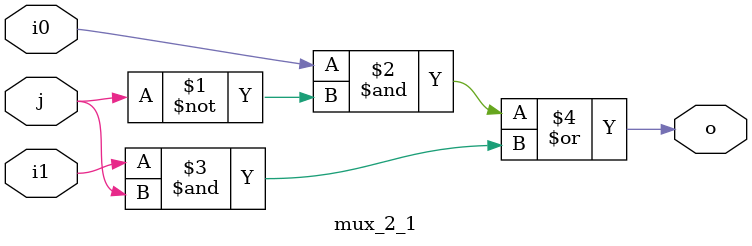
<source format=v>
module mux_2_1(input wire i0, i1, j, output wire o);
	assign o = i0&(~j) | i1&j;
endmodule
</source>
